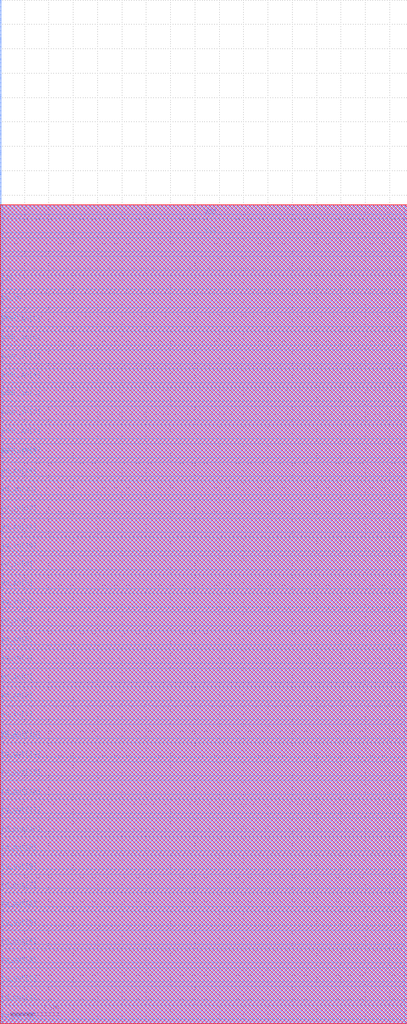
<source format=lef>
VERSION 5.7 ;
BUSBITCHARS "[]" ;
MACRO sram_asap7_16x256_1rw
  FOREIGN sram_asap7_16x256_1rw 0 0 ;
  SYMMETRY X Y R90 ;
  SIZE 8.360 BY 16.800 ;
  CLASS BLOCK ;
  PIN rd_out[0]
    DIRECTION OUTPUT ;
    USE SIGNAL ;
    SHAPE ABUTMENT ;
    PORT
      LAYER M4 ;
      RECT 0.000 0.048 0.024 0.072 ;
    END
  END rd_out[0]
  PIN rd_out[1]
    DIRECTION OUTPUT ;
    USE SIGNAL ;
    SHAPE ABUTMENT ;
    PORT
      LAYER M4 ;
      RECT 0.000 0.432 0.024 0.456 ;
    END
  END rd_out[1]
  PIN rd_out[2]
    DIRECTION OUTPUT ;
    USE SIGNAL ;
    SHAPE ABUTMENT ;
    PORT
      LAYER M4 ;
      RECT 0.000 0.816 0.024 0.840 ;
    END
  END rd_out[2]
  PIN rd_out[3]
    DIRECTION OUTPUT ;
    USE SIGNAL ;
    SHAPE ABUTMENT ;
    PORT
      LAYER M4 ;
      RECT 0.000 1.200 0.024 1.224 ;
    END
  END rd_out[3]
  PIN rd_out[4]
    DIRECTION OUTPUT ;
    USE SIGNAL ;
    SHAPE ABUTMENT ;
    PORT
      LAYER M4 ;
      RECT 0.000 1.584 0.024 1.608 ;
    END
  END rd_out[4]
  PIN rd_out[5]
    DIRECTION OUTPUT ;
    USE SIGNAL ;
    SHAPE ABUTMENT ;
    PORT
      LAYER M4 ;
      RECT 0.000 1.968 0.024 1.992 ;
    END
  END rd_out[5]
  PIN rd_out[6]
    DIRECTION OUTPUT ;
    USE SIGNAL ;
    SHAPE ABUTMENT ;
    PORT
      LAYER M4 ;
      RECT 0.000 2.352 0.024 2.376 ;
    END
  END rd_out[6]
  PIN rd_out[7]
    DIRECTION OUTPUT ;
    USE SIGNAL ;
    SHAPE ABUTMENT ;
    PORT
      LAYER M4 ;
      RECT 0.000 2.736 0.024 2.760 ;
    END
  END rd_out[7]
  PIN rd_out[8]
    DIRECTION OUTPUT ;
    USE SIGNAL ;
    SHAPE ABUTMENT ;
    PORT
      LAYER M4 ;
      RECT 0.000 3.120 0.024 3.144 ;
    END
  END rd_out[8]
  PIN rd_out[9]
    DIRECTION OUTPUT ;
    USE SIGNAL ;
    SHAPE ABUTMENT ;
    PORT
      LAYER M4 ;
      RECT 0.000 3.504 0.024 3.528 ;
    END
  END rd_out[9]
  PIN rd_out[10]
    DIRECTION OUTPUT ;
    USE SIGNAL ;
    SHAPE ABUTMENT ;
    PORT
      LAYER M4 ;
      RECT 0.000 3.888 0.024 3.912 ;
    END
  END rd_out[10]
  PIN rd_out[11]
    DIRECTION OUTPUT ;
    USE SIGNAL ;
    SHAPE ABUTMENT ;
    PORT
      LAYER M4 ;
      RECT 0.000 4.272 0.024 4.296 ;
    END
  END rd_out[11]
  PIN rd_out[12]
    DIRECTION OUTPUT ;
    USE SIGNAL ;
    SHAPE ABUTMENT ;
    PORT
      LAYER M4 ;
      RECT 0.000 4.656 0.024 4.680 ;
    END
  END rd_out[12]
  PIN rd_out[13]
    DIRECTION OUTPUT ;
    USE SIGNAL ;
    SHAPE ABUTMENT ;
    PORT
      LAYER M4 ;
      RECT 0.000 5.040 0.024 5.064 ;
    END
  END rd_out[13]
  PIN rd_out[14]
    DIRECTION OUTPUT ;
    USE SIGNAL ;
    SHAPE ABUTMENT ;
    PORT
      LAYER M4 ;
      RECT 0.000 5.424 0.024 5.448 ;
    END
  END rd_out[14]
  PIN rd_out[15]
    DIRECTION OUTPUT ;
    USE SIGNAL ;
    SHAPE ABUTMENT ;
    PORT
      LAYER M4 ;
      RECT 0.000 5.808 0.024 5.832 ;
    END
  END rd_out[15]
  PIN wd_in[0]
    DIRECTION INPUT ;
    USE SIGNAL ;
    SHAPE ABUTMENT ;
    PORT
      LAYER M4 ;
      RECT 0.000 5.856 0.024 5.880 ;
    END
  END wd_in[0]
  PIN wd_in[1]
    DIRECTION INPUT ;
    USE SIGNAL ;
    SHAPE ABUTMENT ;
    PORT
      LAYER M4 ;
      RECT 0.000 6.240 0.024 6.264 ;
    END
  END wd_in[1]
  PIN wd_in[2]
    DIRECTION INPUT ;
    USE SIGNAL ;
    SHAPE ABUTMENT ;
    PORT
      LAYER M4 ;
      RECT 0.000 6.624 0.024 6.648 ;
    END
  END wd_in[2]
  PIN wd_in[3]
    DIRECTION INPUT ;
    USE SIGNAL ;
    SHAPE ABUTMENT ;
    PORT
      LAYER M4 ;
      RECT 0.000 7.008 0.024 7.032 ;
    END
  END wd_in[3]
  PIN wd_in[4]
    DIRECTION INPUT ;
    USE SIGNAL ;
    SHAPE ABUTMENT ;
    PORT
      LAYER M4 ;
      RECT 0.000 7.392 0.024 7.416 ;
    END
  END wd_in[4]
  PIN wd_in[5]
    DIRECTION INPUT ;
    USE SIGNAL ;
    SHAPE ABUTMENT ;
    PORT
      LAYER M4 ;
      RECT 0.000 7.776 0.024 7.800 ;
    END
  END wd_in[5]
  PIN wd_in[6]
    DIRECTION INPUT ;
    USE SIGNAL ;
    SHAPE ABUTMENT ;
    PORT
      LAYER M4 ;
      RECT 0.000 8.160 0.024 8.184 ;
    END
  END wd_in[6]
  PIN wd_in[7]
    DIRECTION INPUT ;
    USE SIGNAL ;
    SHAPE ABUTMENT ;
    PORT
      LAYER M4 ;
      RECT 0.000 8.544 0.024 8.568 ;
    END
  END wd_in[7]
  PIN wd_in[8]
    DIRECTION INPUT ;
    USE SIGNAL ;
    SHAPE ABUTMENT ;
    PORT
      LAYER M4 ;
      RECT 0.000 8.928 0.024 8.952 ;
    END
  END wd_in[8]
  PIN wd_in[9]
    DIRECTION INPUT ;
    USE SIGNAL ;
    SHAPE ABUTMENT ;
    PORT
      LAYER M4 ;
      RECT 0.000 9.312 0.024 9.336 ;
    END
  END wd_in[9]
  PIN wd_in[10]
    DIRECTION INPUT ;
    USE SIGNAL ;
    SHAPE ABUTMENT ;
    PORT
      LAYER M4 ;
      RECT 0.000 9.696 0.024 9.720 ;
    END
  END wd_in[10]
  PIN wd_in[11]
    DIRECTION INPUT ;
    USE SIGNAL ;
    SHAPE ABUTMENT ;
    PORT
      LAYER M4 ;
      RECT 0.000 10.080 0.024 10.104 ;
    END
  END wd_in[11]
  PIN wd_in[12]
    DIRECTION INPUT ;
    USE SIGNAL ;
    SHAPE ABUTMENT ;
    PORT
      LAYER M4 ;
      RECT 0.000 10.464 0.024 10.488 ;
    END
  END wd_in[12]
  PIN wd_in[13]
    DIRECTION INPUT ;
    USE SIGNAL ;
    SHAPE ABUTMENT ;
    PORT
      LAYER M4 ;
      RECT 0.000 10.848 0.024 10.872 ;
    END
  END wd_in[13]
  PIN wd_in[14]
    DIRECTION INPUT ;
    USE SIGNAL ;
    SHAPE ABUTMENT ;
    PORT
      LAYER M4 ;
      RECT 0.000 11.232 0.024 11.256 ;
    END
  END wd_in[14]
  PIN wd_in[15]
    DIRECTION INPUT ;
    USE SIGNAL ;
    SHAPE ABUTMENT ;
    PORT
      LAYER M4 ;
      RECT 0.000 11.616 0.024 11.640 ;
    END
  END wd_in[15]
  PIN addr_in[0]
    DIRECTION INPUT ;
    USE SIGNAL ;
    SHAPE ABUTMENT ;
    PORT
      LAYER M4 ;
      RECT 0.000 11.664 0.024 11.688 ;
    END
  END addr_in[0]
  PIN addr_in[1]
    DIRECTION INPUT ;
    USE SIGNAL ;
    SHAPE ABUTMENT ;
    PORT
      LAYER M4 ;
      RECT 0.000 12.048 0.024 12.072 ;
    END
  END addr_in[1]
  PIN addr_in[2]
    DIRECTION INPUT ;
    USE SIGNAL ;
    SHAPE ABUTMENT ;
    PORT
      LAYER M4 ;
      RECT 0.000 12.432 0.024 12.456 ;
    END
  END addr_in[2]
  PIN addr_in[3]
    DIRECTION INPUT ;
    USE SIGNAL ;
    SHAPE ABUTMENT ;
    PORT
      LAYER M4 ;
      RECT 0.000 12.816 0.024 12.840 ;
    END
  END addr_in[3]
  PIN addr_in[4]
    DIRECTION INPUT ;
    USE SIGNAL ;
    SHAPE ABUTMENT ;
    PORT
      LAYER M4 ;
      RECT 0.000 13.200 0.024 13.224 ;
    END
  END addr_in[4]
  PIN addr_in[5]
    DIRECTION INPUT ;
    USE SIGNAL ;
    SHAPE ABUTMENT ;
    PORT
      LAYER M4 ;
      RECT 0.000 13.584 0.024 13.608 ;
    END
  END addr_in[5]
  PIN addr_in[6]
    DIRECTION INPUT ;
    USE SIGNAL ;
    SHAPE ABUTMENT ;
    PORT
      LAYER M4 ;
      RECT 0.000 13.968 0.024 13.992 ;
    END
  END addr_in[6]
  PIN addr_in[7]
    DIRECTION INPUT ;
    USE SIGNAL ;
    SHAPE ABUTMENT ;
    PORT
      LAYER M4 ;
      RECT 0.000 14.352 0.024 14.376 ;
    END
  END addr_in[7]
  PIN we_in
    DIRECTION INPUT ;
    USE SIGNAL ;
    SHAPE ABUTMENT ;
    PORT
      LAYER M4 ;
      RECT 0.000 14.400 0.024 14.424 ;
    END
  END we_in
  PIN ce_in
    DIRECTION INPUT ;
    USE SIGNAL ;
    SHAPE ABUTMENT ;
    PORT
      LAYER M4 ;
      RECT 0.000 14.784 0.024 14.808 ;
    END
  END ce_in
  PIN clk
    DIRECTION INPUT ;
    USE SIGNAL ;
    SHAPE ABUTMENT ;
    PORT
      LAYER M4 ;
      RECT 0.000 15.168 0.024 15.192 ;
    END
  END clk
  PIN VSS
    DIRECTION INOUT ;
    USE GROUND ;
    PORT
      LAYER M4 ;
      RECT 0.048 0.000 8.312 0.096 ;
      RECT 0.048 0.768 8.312 0.864 ;
      RECT 0.048 1.536 8.312 1.632 ;
      RECT 0.048 2.304 8.312 2.400 ;
      RECT 0.048 3.072 8.312 3.168 ;
      RECT 0.048 3.840 8.312 3.936 ;
      RECT 0.048 4.608 8.312 4.704 ;
      RECT 0.048 5.376 8.312 5.472 ;
      RECT 0.048 6.144 8.312 6.240 ;
      RECT 0.048 6.912 8.312 7.008 ;
      RECT 0.048 7.680 8.312 7.776 ;
      RECT 0.048 8.448 8.312 8.544 ;
      RECT 0.048 9.216 8.312 9.312 ;
      RECT 0.048 9.984 8.312 10.080 ;
      RECT 0.048 10.752 8.312 10.848 ;
      RECT 0.048 11.520 8.312 11.616 ;
      RECT 0.048 12.288 8.312 12.384 ;
      RECT 0.048 13.056 8.312 13.152 ;
      RECT 0.048 13.824 8.312 13.920 ;
      RECT 0.048 14.592 8.312 14.688 ;
      RECT 0.048 15.360 8.312 15.456 ;
      RECT 0.048 16.128 8.312 16.224 ;
    END
  END VSS
  PIN VDD
    DIRECTION INOUT ;
    USE POWER ;
    PORT
      LAYER M4 ;
      RECT 0.048 0.384 8.312 0.480 ;
      RECT 0.048 1.152 8.312 1.248 ;
      RECT 0.048 1.920 8.312 2.016 ;
      RECT 0.048 2.688 8.312 2.784 ;
      RECT 0.048 3.456 8.312 3.552 ;
      RECT 0.048 4.224 8.312 4.320 ;
      RECT 0.048 4.992 8.312 5.088 ;
      RECT 0.048 5.760 8.312 5.856 ;
      RECT 0.048 6.528 8.312 6.624 ;
      RECT 0.048 7.296 8.312 7.392 ;
      RECT 0.048 8.064 8.312 8.160 ;
      RECT 0.048 8.832 8.312 8.928 ;
      RECT 0.048 9.600 8.312 9.696 ;
      RECT 0.048 10.368 8.312 10.464 ;
      RECT 0.048 11.136 8.312 11.232 ;
      RECT 0.048 11.904 8.312 12.000 ;
      RECT 0.048 12.672 8.312 12.768 ;
      RECT 0.048 13.440 8.312 13.536 ;
      RECT 0.048 14.208 8.312 14.304 ;
      RECT 0.048 14.976 8.312 15.072 ;
      RECT 0.048 15.744 8.312 15.840 ;
      RECT 0.048 16.512 8.312 16.608 ;
    END
  END VDD
  OBS
    LAYER M1 ;
    RECT 0 0 8.360 16.800 ;
    LAYER M2 ;
    RECT 0 0 8.360 16.800 ;
    LAYER M3 ;
    RECT 0 0 8.360 16.800 ;
    LAYER M4 ;
    RECT 0.024 0 0.048 16.800 ;
    RECT 8.312 0 8.360 16.800 ;
    RECT 0.048 0.000 8.312 0.000 ;
    RECT 0.048 0.096 8.312 0.384 ;
    RECT 0.048 0.480 8.312 0.768 ;
    RECT 0.048 0.864 8.312 1.152 ;
    RECT 0.048 1.248 8.312 1.536 ;
    RECT 0.048 1.632 8.312 1.920 ;
    RECT 0.048 2.016 8.312 2.304 ;
    RECT 0.048 2.400 8.312 2.688 ;
    RECT 0.048 2.784 8.312 3.072 ;
    RECT 0.048 3.168 8.312 3.456 ;
    RECT 0.048 3.552 8.312 3.840 ;
    RECT 0.048 3.936 8.312 4.224 ;
    RECT 0.048 4.320 8.312 4.608 ;
    RECT 0.048 4.704 8.312 4.992 ;
    RECT 0.048 5.088 8.312 5.376 ;
    RECT 0.048 5.472 8.312 5.760 ;
    RECT 0.048 5.856 8.312 6.144 ;
    RECT 0.048 6.240 8.312 6.528 ;
    RECT 0.048 6.624 8.312 6.912 ;
    RECT 0.048 7.008 8.312 7.296 ;
    RECT 0.048 7.392 8.312 7.680 ;
    RECT 0.048 7.776 8.312 8.064 ;
    RECT 0.048 8.160 8.312 8.448 ;
    RECT 0.048 8.544 8.312 8.832 ;
    RECT 0.048 8.928 8.312 9.216 ;
    RECT 0.048 9.312 8.312 9.600 ;
    RECT 0.048 9.696 8.312 9.984 ;
    RECT 0.048 10.080 8.312 10.368 ;
    RECT 0.048 10.464 8.312 10.752 ;
    RECT 0.048 10.848 8.312 11.136 ;
    RECT 0.048 11.232 8.312 11.520 ;
    RECT 0.048 11.616 8.312 11.904 ;
    RECT 0.048 12.000 8.312 12.288 ;
    RECT 0.048 12.384 8.312 12.672 ;
    RECT 0.048 12.768 8.312 13.056 ;
    RECT 0.048 13.152 8.312 13.440 ;
    RECT 0.048 13.536 8.312 13.824 ;
    RECT 0.048 13.920 8.312 14.208 ;
    RECT 0.048 14.304 8.312 14.592 ;
    RECT 0.048 14.688 8.312 14.976 ;
    RECT 0.048 15.072 8.312 15.360 ;
    RECT 0.048 15.456 8.312 15.744 ;
    RECT 0.048 15.840 8.312 16.128 ;
    RECT 0.048 16.224 8.312 16.512 ;
    RECT 0.048 16.608 8.312 16.800 ;
    RECT 0 0.000 0.024 0.048 ;
    RECT 0 0.072 0.024 0.432 ;
    RECT 0 0.456 0.024 0.816 ;
    RECT 0 0.840 0.024 1.200 ;
    RECT 0 1.224 0.024 1.584 ;
    RECT 0 1.608 0.024 1.968 ;
    RECT 0 1.992 0.024 2.352 ;
    RECT 0 2.376 0.024 2.736 ;
    RECT 0 2.760 0.024 3.120 ;
    RECT 0 3.144 0.024 3.504 ;
    RECT 0 3.528 0.024 3.888 ;
    RECT 0 3.912 0.024 4.272 ;
    RECT 0 4.296 0.024 4.656 ;
    RECT 0 4.680 0.024 5.040 ;
    RECT 0 5.064 0.024 5.424 ;
    RECT 0 5.448 0.024 5.808 ;
    RECT 0 5.832 0.024 5.856 ;
    RECT 0 5.880 0.024 6.240 ;
    RECT 0 6.264 0.024 6.624 ;
    RECT 0 6.648 0.024 7.008 ;
    RECT 0 7.032 0.024 7.392 ;
    RECT 0 7.416 0.024 7.776 ;
    RECT 0 7.800 0.024 8.160 ;
    RECT 0 8.184 0.024 8.544 ;
    RECT 0 8.568 0.024 8.928 ;
    RECT 0 8.952 0.024 9.312 ;
    RECT 0 9.336 0.024 9.696 ;
    RECT 0 9.720 0.024 10.080 ;
    RECT 0 10.104 0.024 10.464 ;
    RECT 0 10.488 0.024 10.848 ;
    RECT 0 10.872 0.024 11.232 ;
    RECT 0 11.256 0.024 11.616 ;
    RECT 0 11.640 0.024 11.664 ;
    RECT 0 11.688 0.024 12.048 ;
    RECT 0 12.072 0.024 12.432 ;
    RECT 0 12.456 0.024 12.816 ;
    RECT 0 12.840 0.024 13.200 ;
    RECT 0 13.224 0.024 13.584 ;
    RECT 0 13.608 0.024 13.968 ;
    RECT 0 13.992 0.024 14.352 ;
    RECT 0 14.376 0.024 14.736 ;
    RECT 0 14.760 0.024 15.120 ;
    RECT 0 15.144 0.024 15.504 ;
    RECT 0 15.528 0.024 15.888 ;
    RECT 0 15.912 0.024 16.272 ;
    RECT 0 16.296 0.024 16.656 ;
    RECT 0 16.680 0.024 17.040 ;
    RECT 0 17.064 0.024 17.424 ;
    RECT 0 17.448 0.024 17.472 ;
    RECT 0 17.496 0.024 17.856 ;
    RECT 0 17.880 0.024 18.240 ;
    RECT 0 18.264 0.024 18.624 ;
    RECT 0 18.648 0.024 19.008 ;
    RECT 0 19.032 0.024 19.392 ;
    RECT 0 19.416 0.024 19.776 ;
    RECT 0 19.800 0.024 20.160 ;
    RECT 0 20.184 0.024 20.208 ;
    RECT 0 20.232 0.024 20.592 ;
    RECT 0 20.616 0.024 20.976 ;
    RECT 0 21.000 0.024 16.800 ;
    LAYER OVERLAP ;
    RECT 0 0 8.360 16.800 ;
  END
END sram_asap7_16x256_1rw

END LIBRARY

</source>
